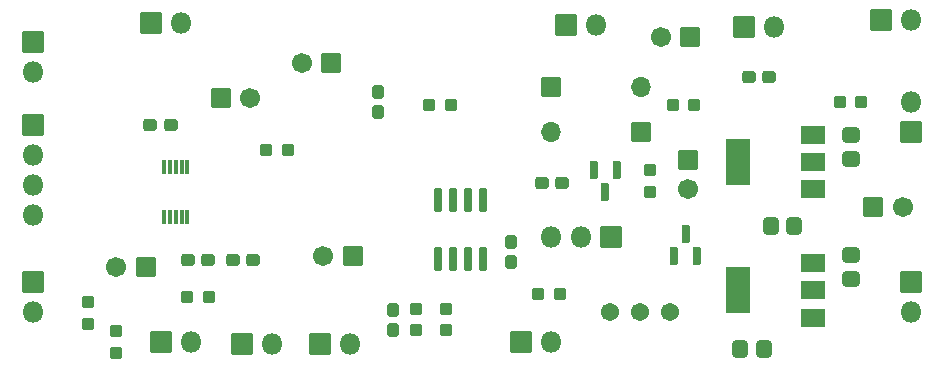
<source format=gbr>
%TF.GenerationSoftware,KiCad,Pcbnew,(6.0.10)*%
%TF.CreationDate,2023-01-14T14:32:42-08:00*%
%TF.ProjectId,audioModule2,61756469-6f4d-46f6-9475-6c65322e6b69,rev?*%
%TF.SameCoordinates,PX48ab840PY7b89fa0*%
%TF.FileFunction,Soldermask,Top*%
%TF.FilePolarity,Negative*%
%FSLAX46Y46*%
G04 Gerber Fmt 4.6, Leading zero omitted, Abs format (unit mm)*
G04 Created by KiCad (PCBNEW (6.0.10)) date 2023-01-14 14:32:42*
%MOMM*%
%LPD*%
G01*
G04 APERTURE LIST*
G04 Aperture macros list*
%AMRoundRect*
0 Rectangle with rounded corners*
0 $1 Rounding radius*
0 $2 $3 $4 $5 $6 $7 $8 $9 X,Y pos of 4 corners*
0 Add a 4 corners polygon primitive as box body*
4,1,4,$2,$3,$4,$5,$6,$7,$8,$9,$2,$3,0*
0 Add four circle primitives for the rounded corners*
1,1,$1+$1,$2,$3*
1,1,$1+$1,$4,$5*
1,1,$1+$1,$6,$7*
1,1,$1+$1,$8,$9*
0 Add four rect primitives between the rounded corners*
20,1,$1+$1,$2,$3,$4,$5,0*
20,1,$1+$1,$4,$5,$6,$7,0*
20,1,$1+$1,$6,$7,$8,$9,0*
20,1,$1+$1,$8,$9,$2,$3,0*%
G04 Aperture macros list end*
%ADD10C,1.701600*%
%ADD11RoundRect,0.050800X-0.800000X0.800000X-0.800000X-0.800000X0.800000X-0.800000X0.800000X0.800000X0*%
%ADD12RoundRect,0.050800X0.800000X0.800000X-0.800000X0.800000X-0.800000X-0.800000X0.800000X-0.800000X0*%
%ADD13RoundRect,0.288300X-0.250000X-0.237500X0.250000X-0.237500X0.250000X0.237500X-0.250000X0.237500X0*%
%ADD14RoundRect,0.063500X-0.125000X-0.500000X0.125000X-0.500000X0.125000X0.500000X-0.125000X0.500000X0*%
%ADD15RoundRect,0.063500X0.125000X0.500000X-0.125000X0.500000X-0.125000X-0.500000X0.125000X-0.500000X0*%
%ADD16RoundRect,0.300800X-0.350000X-0.450000X0.350000X-0.450000X0.350000X0.450000X-0.350000X0.450000X0*%
%ADD17RoundRect,0.050800X-0.850000X-0.850000X0.850000X-0.850000X0.850000X0.850000X-0.850000X0.850000X0*%
%ADD18O,1.801600X1.801600*%
%ADD19RoundRect,0.288300X-0.300000X-0.237500X0.300000X-0.237500X0.300000X0.237500X-0.300000X0.237500X0*%
%ADD20RoundRect,0.200800X-0.150000X0.587500X-0.150000X-0.587500X0.150000X-0.587500X0.150000X0.587500X0*%
%ADD21RoundRect,0.050800X0.850000X-0.850000X0.850000X0.850000X-0.850000X0.850000X-0.850000X-0.850000X0*%
%ADD22RoundRect,0.050800X-0.800000X-0.800000X0.800000X-0.800000X0.800000X0.800000X-0.800000X0.800000X0*%
%ADD23O,1.701600X1.701600*%
%ADD24RoundRect,0.288300X-0.237500X0.250000X-0.237500X-0.250000X0.237500X-0.250000X0.237500X0.250000X0*%
%ADD25C,1.541600*%
%ADD26RoundRect,0.288300X0.237500X-0.300000X0.237500X0.300000X-0.237500X0.300000X-0.237500X-0.300000X0*%
%ADD27RoundRect,0.050800X1.000000X0.750000X-1.000000X0.750000X-1.000000X-0.750000X1.000000X-0.750000X0*%
%ADD28RoundRect,0.050800X1.000000X1.900000X-1.000000X1.900000X-1.000000X-1.900000X1.000000X-1.900000X0*%
%ADD29RoundRect,0.288300X-0.237500X0.300000X-0.237500X-0.300000X0.237500X-0.300000X0.237500X0.300000X0*%
%ADD30RoundRect,0.288300X0.250000X0.237500X-0.250000X0.237500X-0.250000X-0.237500X0.250000X-0.237500X0*%
%ADD31RoundRect,0.288300X0.300000X0.237500X-0.300000X0.237500X-0.300000X-0.237500X0.300000X-0.237500X0*%
%ADD32RoundRect,0.050800X-0.850000X0.850000X-0.850000X-0.850000X0.850000X-0.850000X0.850000X0.850000X0*%
%ADD33RoundRect,0.200800X0.150000X-0.587500X0.150000X0.587500X-0.150000X0.587500X-0.150000X-0.587500X0*%
%ADD34RoundRect,0.200800X-0.150000X0.825000X-0.150000X-0.825000X0.150000X-0.825000X0.150000X0.825000X0*%
%ADD35RoundRect,0.300800X-0.450000X0.350000X-0.450000X-0.350000X0.450000X-0.350000X0.450000X0.350000X0*%
%ADD36RoundRect,0.050800X0.850000X0.850000X-0.850000X0.850000X-0.850000X-0.850000X0.850000X-0.850000X0*%
G04 APERTURE END LIST*
D10*
%TO.C,C12*%
X58000000Y15482379D03*
D11*
X58000000Y17982379D03*
%TD*%
D10*
%TO.C,C8*%
X25300000Y26200000D03*
D12*
X27800000Y26200000D03*
%TD*%
%TO.C,C3*%
X12065000Y8895000D03*
D10*
X9565000Y8895000D03*
%TD*%
D13*
%TO.C,R15*%
X45287500Y6600000D03*
X47112500Y6600000D03*
%TD*%
D14*
%TO.C,U$1*%
X13605000Y13131900D03*
X14105000Y13131900D03*
X14605000Y13131900D03*
X15105000Y13131900D03*
X15605000Y13131900D03*
D15*
X15605000Y17358100D03*
X15105000Y17358100D03*
X14605000Y17358100D03*
X14105000Y17358100D03*
X13605000Y17358100D03*
%TD*%
D16*
%TO.C,R8*%
X62400000Y2000000D03*
X64400000Y2000000D03*
%TD*%
D13*
%TO.C,R20*%
X70842500Y22865000D03*
X72667500Y22865000D03*
%TD*%
D17*
%TO.C,JP13*%
X76835000Y7625000D03*
D18*
X76835000Y5085000D03*
%TD*%
D17*
%TO.C,JP2*%
X2540000Y27945000D03*
D18*
X2540000Y25405000D03*
%TD*%
D19*
%TO.C,C19*%
X45600000Y16000000D03*
X47325000Y16000000D03*
%TD*%
D20*
%TO.C,Q1*%
X51950000Y17137500D03*
X50050000Y17137500D03*
X51000000Y15262500D03*
%TD*%
D21*
%TO.C,JP9*%
X43815000Y2545000D03*
D18*
X46355000Y2545000D03*
%TD*%
D19*
%TO.C,C5*%
X19457500Y9530000D03*
X21182500Y9530000D03*
%TD*%
D13*
%TO.C,R1*%
X15597500Y6355000D03*
X17422500Y6355000D03*
%TD*%
D22*
%TO.C,C16*%
X73660000Y13975000D03*
D10*
X76160000Y13975000D03*
%TD*%
D22*
%TO.C,D1*%
X46355000Y24135000D03*
D23*
X53975000Y24135000D03*
%TD*%
D24*
%TO.C,R2*%
X7200000Y5912500D03*
X7200000Y4087500D03*
%TD*%
D21*
%TO.C,JP14*%
X20260000Y2400000D03*
D18*
X22800000Y2400000D03*
%TD*%
D19*
%TO.C,C2*%
X15647500Y9530000D03*
X17372500Y9530000D03*
%TD*%
D25*
%TO.C,RV2*%
X51425000Y5085000D03*
X53965000Y5085000D03*
X56505000Y5085000D03*
%TD*%
D17*
%TO.C,JP4*%
X2540000Y7625000D03*
D18*
X2540000Y5085000D03*
%TD*%
D26*
%TO.C,C18*%
X43000000Y9337500D03*
X43000000Y11062500D03*
%TD*%
D27*
%TO.C,Q4*%
X68555000Y4621600D03*
X68555000Y6921600D03*
X68555000Y9221600D03*
D28*
X62255000Y6921600D03*
%TD*%
D12*
%TO.C,C17*%
X29600000Y9800000D03*
D10*
X27100000Y9800000D03*
%TD*%
D29*
%TO.C,C15*%
X31750000Y23727500D03*
X31750000Y22002500D03*
%TD*%
D30*
%TO.C,R14*%
X37912500Y22600000D03*
X36087500Y22600000D03*
%TD*%
D16*
%TO.C,R4*%
X65000000Y12340000D03*
X67000000Y12340000D03*
%TD*%
D29*
%TO.C,C14*%
X33000000Y5262500D03*
X33000000Y3537500D03*
%TD*%
D21*
%TO.C,JP5*%
X13330000Y2545000D03*
D18*
X15870000Y2545000D03*
%TD*%
D21*
%TO.C,JP10*%
X12525000Y29600000D03*
D18*
X15065000Y29600000D03*
%TD*%
D24*
%TO.C,R13*%
X37465000Y5362500D03*
X37465000Y3537500D03*
%TD*%
D21*
%TO.C,JP3*%
X26860000Y2400000D03*
D18*
X29400000Y2400000D03*
%TD*%
D31*
%TO.C,C4*%
X64862500Y25000000D03*
X63137500Y25000000D03*
%TD*%
D21*
%TO.C,JP1*%
X62725000Y29200000D03*
D18*
X65265000Y29200000D03*
%TD*%
D32*
%TO.C,JP11*%
X51435000Y11435000D03*
D18*
X48895000Y11435000D03*
X46355000Y11435000D03*
%TD*%
D33*
%TO.C,Q2*%
X56835000Y9862500D03*
X58735000Y9862500D03*
X57785000Y11737500D03*
%TD*%
D13*
%TO.C,R10*%
X22287500Y18800000D03*
X24112500Y18800000D03*
%TD*%
D24*
%TO.C,R16*%
X54800000Y17112500D03*
X54800000Y15287500D03*
%TD*%
D27*
%TO.C,Q3*%
X68555000Y15485000D03*
X68555000Y17785000D03*
X68555000Y20085000D03*
D28*
X62255000Y17785000D03*
%TD*%
D17*
%TO.C,JP6*%
X2540000Y20960000D03*
D18*
X2540000Y18420000D03*
X2540000Y15880000D03*
X2540000Y13340000D03*
%TD*%
D24*
%TO.C,R3*%
X9525000Y3457500D03*
X9525000Y1632500D03*
%TD*%
D23*
%TO.C,D2*%
X46355000Y20325000D03*
D12*
X53975000Y20325000D03*
%TD*%
D34*
%TO.C,U$2*%
X40640000Y14545000D03*
X39370000Y14545000D03*
X38100000Y14545000D03*
X36830000Y14545000D03*
X36830000Y9595000D03*
X38100000Y9595000D03*
X39370000Y9595000D03*
X40640000Y9595000D03*
%TD*%
D24*
%TO.C,R12*%
X34925000Y5362500D03*
X34925000Y3537500D03*
%TD*%
D35*
%TO.C,R19*%
X71755000Y9895000D03*
X71755000Y7895000D03*
%TD*%
D21*
%TO.C,JP8*%
X74295000Y29845000D03*
D18*
X76835000Y29845000D03*
%TD*%
D35*
%TO.C,R18*%
X71755000Y20055000D03*
X71755000Y18055000D03*
%TD*%
D30*
%TO.C,R17*%
X58512500Y22600000D03*
X56687500Y22600000D03*
%TD*%
D22*
%TO.C,C1*%
X18417621Y23200000D03*
D10*
X20917621Y23200000D03*
%TD*%
D36*
%TO.C,JP12*%
X76835000Y20325000D03*
D18*
X76835000Y22865000D03*
%TD*%
D19*
%TO.C,C11*%
X12472500Y20960000D03*
X14197500Y20960000D03*
%TD*%
D18*
%TO.C,JP7*%
X50200000Y29400000D03*
D21*
X47660000Y29400000D03*
%TD*%
D12*
%TO.C,C9*%
X58182380Y28400000D03*
D10*
X55682380Y28400000D03*
%TD*%
M02*

</source>
